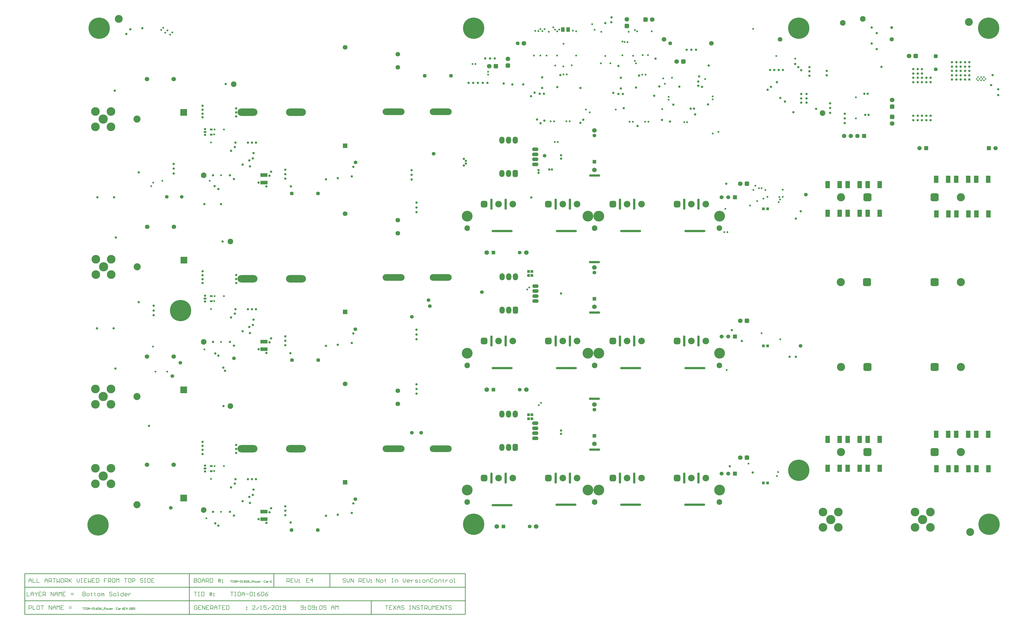
<source format=gbs>
G04*
G04 #@! TF.GenerationSoftware,Altium Limited,Altium Designer,18.1.9 (240)*
G04*
G04 Layer_Color=16711935*
%FSAX25Y25*%
%MOIN*%
G70*
G01*
G75*
%ADD20C,0.01000*%
%ADD24C,0.00600*%
%ADD27C,0.00800*%
%ADD39C,0.12205*%
G04:AMPARAMS|DCode=92|XSize=27.56mil|YSize=43.31mil|CornerRadius=7.87mil|HoleSize=0mil|Usage=FLASHONLY|Rotation=270.000|XOffset=0mil|YOffset=0mil|HoleType=Round|Shape=RoundedRectangle|*
%AMROUNDEDRECTD92*
21,1,0.02756,0.02756,0,0,270.0*
21,1,0.01181,0.04331,0,0,270.0*
1,1,0.01575,-0.01378,-0.00591*
1,1,0.01575,-0.01378,0.00591*
1,1,0.01575,0.01378,0.00591*
1,1,0.01575,0.01378,-0.00591*
%
%ADD92ROUNDEDRECTD92*%
%ADD101C,0.11811*%
%ADD116R,0.05394X0.06694*%
%ADD117R,0.04134X0.04331*%
%ADD119R,0.04331X0.04134*%
%ADD123R,0.11024X0.05512*%
%ADD126C,0.12992*%
%ADD127C,0.13792*%
G04:AMPARAMS|DCode=128|XSize=68.9mil|YSize=68.9mil|CornerRadius=18.21mil|HoleSize=0mil|Usage=FLASHONLY|Rotation=180.000|XOffset=0mil|YOffset=0mil|HoleType=Round|Shape=RoundedRectangle|*
%AMROUNDEDRECTD128*
21,1,0.06890,0.03248,0,0,180.0*
21,1,0.03248,0.06890,0,0,180.0*
1,1,0.03642,-0.01624,0.01624*
1,1,0.03642,0.01624,0.01624*
1,1,0.03642,0.01624,-0.01624*
1,1,0.03642,-0.01624,-0.01624*
%
%ADD128ROUNDEDRECTD128*%
%ADD129C,0.06890*%
G04:AMPARAMS|DCode=130|XSize=57.09mil|YSize=57.09mil|CornerRadius=15.26mil|HoleSize=0mil|Usage=FLASHONLY|Rotation=270.000|XOffset=0mil|YOffset=0mil|HoleType=Round|Shape=RoundedRectangle|*
%AMROUNDEDRECTD130*
21,1,0.05709,0.02657,0,0,270.0*
21,1,0.02657,0.05709,0,0,270.0*
1,1,0.03051,-0.01329,-0.01329*
1,1,0.03051,-0.01329,0.01329*
1,1,0.03051,0.01329,0.01329*
1,1,0.03051,0.01329,-0.01329*
%
%ADD130ROUNDEDRECTD130*%
%ADD131C,0.05709*%
%ADD132C,0.09894*%
G04:AMPARAMS|DCode=133|XSize=98.94mil|YSize=98.94mil|CornerRadius=25.72mil|HoleSize=0mil|Usage=FLASHONLY|Rotation=0.000|XOffset=0mil|YOffset=0mil|HoleType=Round|Shape=RoundedRectangle|*
%AMROUNDEDRECTD133*
21,1,0.09894,0.04750,0,0,0.0*
21,1,0.04750,0.09894,0,0,0.0*
1,1,0.05144,0.02375,-0.02375*
1,1,0.05144,-0.02375,-0.02375*
1,1,0.05144,-0.02375,0.02375*
1,1,0.05144,0.02375,0.02375*
%
%ADD133ROUNDEDRECTD133*%
%ADD134C,0.06496*%
%ADD135R,0.06496X0.06496*%
%ADD136R,0.10236X0.10236*%
%ADD137C,0.10630*%
%ADD138C,0.06693*%
G04:AMPARAMS|DCode=139|XSize=122.05mil|YSize=122.05mil|CornerRadius=31.5mil|HoleSize=0mil|Usage=FLASHONLY|Rotation=180.000|XOffset=0mil|YOffset=0mil|HoleType=Round|Shape=RoundedRectangle|*
%AMROUNDEDRECTD139*
21,1,0.12205,0.05906,0,0,180.0*
21,1,0.05906,0.12205,0,0,180.0*
1,1,0.06299,-0.02953,0.02953*
1,1,0.06299,0.02953,0.02953*
1,1,0.06299,0.02953,-0.02953*
1,1,0.06299,-0.02953,-0.02953*
%
%ADD139ROUNDEDRECTD139*%
%ADD140C,0.05906*%
G04:AMPARAMS|DCode=141|XSize=59.06mil|YSize=59.06mil|CornerRadius=3.9mil|HoleSize=0mil|Usage=FLASHONLY|Rotation=90.000|XOffset=0mil|YOffset=0mil|HoleType=Round|Shape=RoundedRectangle|*
%AMROUNDEDRECTD141*
21,1,0.05906,0.05126,0,0,90.0*
21,1,0.05126,0.05906,0,0,90.0*
1,1,0.00780,0.02563,0.02563*
1,1,0.00780,0.02563,-0.02563*
1,1,0.00780,-0.02563,-0.02563*
1,1,0.00780,-0.02563,0.02563*
%
%ADD141ROUNDEDRECTD141*%
%ADD142C,0.08394*%
%ADD143C,0.16142*%
%ADD144C,0.04331*%
%ADD145C,0.06394*%
%ADD146C,0.07000*%
%ADD147C,0.05701*%
G04:AMPARAMS|DCode=148|XSize=103.94mil|YSize=78.74mil|CornerRadius=20.67mil|HoleSize=0mil|Usage=FLASHONLY|Rotation=270.000|XOffset=0mil|YOffset=0mil|HoleType=Round|Shape=RoundedRectangle|*
%AMROUNDEDRECTD148*
21,1,0.10394,0.03740,0,0,270.0*
21,1,0.06260,0.07874,0,0,270.0*
1,1,0.04134,-0.01870,-0.03130*
1,1,0.04134,-0.01870,0.03130*
1,1,0.04134,0.01870,0.03130*
1,1,0.04134,0.01870,-0.03130*
%
%ADD148ROUNDEDRECTD148*%
%ADD149O,0.07874X0.10394*%
%ADD150O,0.09449X0.05512*%
%ADD151R,0.07087X0.07087*%
%ADD152C,0.07087*%
%ADD153C,0.05512*%
%ADD154R,0.05512X0.05512*%
%ADD155O,0.29921X0.11024*%
%ADD156O,0.32874X0.09843*%
G04:AMPARAMS|DCode=157|XSize=68.9mil|YSize=68.9mil|CornerRadius=18.21mil|HoleSize=0mil|Usage=FLASHONLY|Rotation=90.000|XOffset=0mil|YOffset=0mil|HoleType=Round|Shape=RoundedRectangle|*
%AMROUNDEDRECTD157*
21,1,0.06890,0.03248,0,0,90.0*
21,1,0.03248,0.06890,0,0,90.0*
1,1,0.03642,0.01624,0.01624*
1,1,0.03642,0.01624,-0.01624*
1,1,0.03642,-0.01624,-0.01624*
1,1,0.03642,-0.01624,0.01624*
%
%ADD157ROUNDEDRECTD157*%
%ADD158R,0.05512X0.05512*%
%ADD159C,0.31890*%
%ADD160O,0.31600X0.03600*%
%ADD161O,0.03600X0.16600*%
%ADD162O,0.16600X0.03600*%
%ADD163C,0.02362*%
%ADD164C,0.05594*%
%ADD165C,0.02794*%
%ADD166C,0.03594*%
%ADD167C,0.05394*%
%ADD219R,0.06693X0.11024*%
G54D20*
X0497200Y0080717D02*
Y0101050D01*
X0413200Y0080717D02*
Y0101050D01*
X0040000Y0080717D02*
X0700200D01*
X0040000Y0060383D02*
X0700000D01*
X0040000Y0040050D02*
X0440500D01*
X0040050Y0101050D02*
X0700200D01*
X0040050Y0040050D02*
Y0101050D01*
Y0040050D02*
X0197600D01*
X0040000D02*
Y0101050D01*
X0286500Y0040050D02*
Y0101050D01*
X0700200Y0040050D02*
Y0101050D01*
X0440500Y0040050D02*
X0700200D01*
X0559400Y0039400D02*
Y0059683D01*
G54D24*
X0126900Y0049966D02*
X0128899D01*
X0127900D01*
Y0046966D01*
X0129899Y0049966D02*
X0130899D01*
X0130399D01*
Y0046966D01*
X0129899D01*
X0130899D01*
X0132398Y0049966D02*
Y0046966D01*
X0133898D01*
X0134398Y0047466D01*
Y0049466D01*
X0133898Y0049966D01*
X0132398D01*
X0135397Y0046966D02*
Y0048966D01*
X0136397Y0049966D01*
X0137397Y0048966D01*
Y0046966D01*
Y0048466D01*
X0135397D01*
X0138396D02*
X0140396D01*
X0141395Y0049466D02*
X0141895Y0049966D01*
X0142895D01*
X0143395Y0049466D01*
Y0047466D01*
X0142895Y0046966D01*
X0141895D01*
X0141395Y0047466D01*
Y0049466D01*
X0144394Y0046966D02*
X0145394D01*
X0144894D01*
Y0049966D01*
X0144394Y0049466D01*
X0148893Y0049966D02*
X0147893Y0049466D01*
X0146894Y0048466D01*
Y0047466D01*
X0147393Y0046966D01*
X0148393D01*
X0148893Y0047466D01*
Y0047966D01*
X0148393Y0048466D01*
X0146894D01*
X0149893Y0049466D02*
X0150392Y0049966D01*
X0151392D01*
X0151892Y0049466D01*
Y0047466D01*
X0151392Y0046966D01*
X0150392D01*
X0149893Y0047466D01*
Y0049466D01*
X0154891Y0049966D02*
X0153891Y0049466D01*
X0152892Y0048466D01*
Y0047466D01*
X0153391Y0046966D01*
X0154391D01*
X0154891Y0047466D01*
Y0047966D01*
X0154391Y0048466D01*
X0152892D01*
X0155891Y0046467D02*
X0157890D01*
X0158890Y0046966D02*
Y0049966D01*
X0160389D01*
X0160889Y0049466D01*
Y0048466D01*
X0160389Y0047966D01*
X0158890D01*
X0162389Y0046966D02*
X0163388D01*
X0163888Y0047466D01*
Y0048466D01*
X0163388Y0048966D01*
X0162389D01*
X0161889Y0048466D01*
Y0047466D01*
X0162389Y0046966D01*
X0164888Y0048966D02*
Y0047466D01*
X0165388Y0046966D01*
X0165887Y0047466D01*
X0166387Y0046966D01*
X0166887Y0047466D01*
Y0048966D01*
X0169386Y0046966D02*
X0168387D01*
X0167887Y0047466D01*
Y0048466D01*
X0168387Y0048966D01*
X0169386D01*
X0169886Y0048466D01*
Y0047966D01*
X0167887D01*
X0170886Y0048966D02*
Y0046966D01*
Y0047966D01*
X0171386Y0048466D01*
X0171885Y0048966D01*
X0172385D01*
X0178883Y0049466D02*
X0178383Y0049966D01*
X0177384D01*
X0176884Y0049466D01*
Y0047466D01*
X0177384Y0046966D01*
X0178383D01*
X0178883Y0047466D01*
X0180383Y0048966D02*
X0181382D01*
X0181882Y0048466D01*
Y0046966D01*
X0180383D01*
X0179883Y0047466D01*
X0180383Y0047966D01*
X0181882D01*
X0182882Y0048966D02*
Y0046966D01*
Y0047966D01*
X0183382Y0048466D01*
X0183882Y0048966D01*
X0184381D01*
X0187880Y0049966D02*
Y0046966D01*
X0186381D01*
X0185881Y0047466D01*
Y0048466D01*
X0186381Y0048966D01*
X0187880D01*
X0190879Y0049966D02*
X0188880D01*
Y0046966D01*
X0190879D01*
X0188880Y0048466D02*
X0189880D01*
X0193378Y0046966D02*
Y0049966D01*
X0191879Y0048466D01*
X0193878D01*
X0194878Y0046966D02*
Y0047466D01*
X0195378D01*
Y0046966D01*
X0194878D01*
X0199376Y0049466D02*
X0198877Y0049966D01*
X0197877D01*
X0197377Y0049466D01*
Y0047466D01*
X0197877Y0046966D01*
X0198877D01*
X0199376Y0047466D01*
Y0048466D01*
X0198377D01*
X0200376Y0049966D02*
Y0046966D01*
X0201876D01*
X0202376Y0047466D01*
Y0047966D01*
X0201876Y0048466D01*
X0200376D01*
X0201876D01*
X0202376Y0048966D01*
Y0049466D01*
X0201876Y0049966D01*
X0200376D01*
X0205375Y0049466D02*
X0204875Y0049966D01*
X0203875D01*
X0203375Y0049466D01*
Y0048966D01*
X0203875Y0048466D01*
X0204875D01*
X0205375Y0047966D01*
Y0047466D01*
X0204875Y0046966D01*
X0203875D01*
X0203375Y0047466D01*
X0348550Y0090832D02*
X0350549D01*
X0349550D01*
Y0087833D01*
X0351549Y0090832D02*
X0352549D01*
X0352049D01*
Y0087833D01*
X0351549D01*
X0352549D01*
X0354048Y0090832D02*
Y0087833D01*
X0355548D01*
X0356048Y0088333D01*
Y0090333D01*
X0355548Y0090832D01*
X0354048D01*
X0357047Y0087833D02*
Y0089833D01*
X0358047Y0090832D01*
X0359047Y0089833D01*
Y0087833D01*
Y0089333D01*
X0357047D01*
X0360046D02*
X0362046D01*
X0363045Y0090333D02*
X0363545Y0090832D01*
X0364545D01*
X0365045Y0090333D01*
Y0088333D01*
X0364545Y0087833D01*
X0363545D01*
X0363045Y0088333D01*
Y0090333D01*
X0366044Y0087833D02*
X0367044D01*
X0366544D01*
Y0090832D01*
X0366044Y0090333D01*
X0370543Y0090832D02*
X0369543Y0090333D01*
X0368544Y0089333D01*
Y0088333D01*
X0369043Y0087833D01*
X0370043D01*
X0370543Y0088333D01*
Y0088833D01*
X0370043Y0089333D01*
X0368544D01*
X0371543Y0090333D02*
X0372042Y0090832D01*
X0373042D01*
X0373542Y0090333D01*
Y0088333D01*
X0373042Y0087833D01*
X0372042D01*
X0371543Y0088333D01*
Y0090333D01*
X0376541Y0090832D02*
X0375541Y0090333D01*
X0374542Y0089333D01*
Y0088333D01*
X0375041Y0087833D01*
X0376041D01*
X0376541Y0088333D01*
Y0088833D01*
X0376041Y0089333D01*
X0374542D01*
X0377541Y0087334D02*
X0379540D01*
X0380540Y0087833D02*
Y0090832D01*
X0382039D01*
X0382539Y0090333D01*
Y0089333D01*
X0382039Y0088833D01*
X0380540D01*
X0384038Y0087833D02*
X0385038D01*
X0385538Y0088333D01*
Y0089333D01*
X0385038Y0089833D01*
X0384038D01*
X0383539Y0089333D01*
Y0088333D01*
X0384038Y0087833D01*
X0386538Y0089833D02*
Y0088333D01*
X0387038Y0087833D01*
X0387537Y0088333D01*
X0388037Y0087833D01*
X0388537Y0088333D01*
Y0089833D01*
X0391036Y0087833D02*
X0390037D01*
X0389537Y0088333D01*
Y0089333D01*
X0390037Y0089833D01*
X0391036D01*
X0391536Y0089333D01*
Y0088833D01*
X0389537D01*
X0392536Y0089833D02*
Y0087833D01*
Y0088833D01*
X0393036Y0089333D01*
X0393535Y0089833D01*
X0394035D01*
X0400533Y0090333D02*
X0400033Y0090832D01*
X0399034D01*
X0398534Y0090333D01*
Y0088333D01*
X0399034Y0087833D01*
X0400033D01*
X0400533Y0088333D01*
X0402033Y0089833D02*
X0403032D01*
X0403532Y0089333D01*
Y0087833D01*
X0402033D01*
X0401533Y0088333D01*
X0402033Y0088833D01*
X0403532D01*
X0404532Y0089833D02*
Y0087833D01*
Y0088833D01*
X0405032Y0089333D01*
X0405532Y0089833D01*
X0406031D01*
X0409530Y0090832D02*
Y0087833D01*
X0408031D01*
X0407531Y0088333D01*
Y0089333D01*
X0408031Y0089833D01*
X0409530D01*
G54D27*
X0126900Y0073549D02*
Y0067551D01*
X0129899D01*
X0130899Y0068550D01*
Y0069550D01*
X0129899Y0070550D01*
X0126900D01*
X0129899D01*
X0130899Y0071549D01*
Y0072549D01*
X0129899Y0073549D01*
X0126900D01*
X0133898Y0067551D02*
X0135897D01*
X0136897Y0068550D01*
Y0070550D01*
X0135897Y0071549D01*
X0133898D01*
X0132898Y0070550D01*
Y0068550D01*
X0133898Y0067551D01*
X0139896Y0072549D02*
Y0071549D01*
X0138896D01*
X0140895D01*
X0139896D01*
Y0068550D01*
X0140895Y0067551D01*
X0144894Y0072549D02*
Y0071549D01*
X0143895D01*
X0145894D01*
X0144894D01*
Y0068550D01*
X0145894Y0067551D01*
X0149893D02*
X0151892D01*
X0152892Y0068550D01*
Y0070550D01*
X0151892Y0071549D01*
X0149893D01*
X0148893Y0070550D01*
Y0068550D01*
X0149893Y0067551D01*
X0154891D02*
Y0071549D01*
X0155891D01*
X0156890Y0070550D01*
Y0067551D01*
Y0070550D01*
X0157890Y0071549D01*
X0158890Y0070550D01*
Y0067551D01*
X0170886Y0072549D02*
X0169886Y0073549D01*
X0167887D01*
X0166887Y0072549D01*
Y0071549D01*
X0167887Y0070550D01*
X0169886D01*
X0170886Y0069550D01*
Y0068550D01*
X0169886Y0067551D01*
X0167887D01*
X0166887Y0068550D01*
X0173885Y0067551D02*
X0175884D01*
X0176884Y0068550D01*
Y0070550D01*
X0175884Y0071549D01*
X0173885D01*
X0172885Y0070550D01*
Y0068550D01*
X0173885Y0067551D01*
X0178883D02*
X0180883D01*
X0179883D01*
Y0073549D01*
X0178883D01*
X0187880D02*
Y0067551D01*
X0184881D01*
X0183882Y0068550D01*
Y0070550D01*
X0184881Y0071549D01*
X0187880D01*
X0192879Y0067551D02*
X0190879D01*
X0189880Y0068550D01*
Y0070550D01*
X0190879Y0071549D01*
X0192879D01*
X0193878Y0070550D01*
Y0069550D01*
X0189880D01*
X0195878Y0071549D02*
Y0067551D01*
Y0069550D01*
X0196877Y0070550D01*
X0197877Y0071549D01*
X0198877D01*
X0043250Y0073349D02*
Y0067351D01*
X0047249D01*
X0049248D02*
Y0071349D01*
X0051247Y0073349D01*
X0053247Y0071349D01*
Y0067351D01*
Y0070350D01*
X0049248D01*
X0055246Y0073349D02*
Y0072349D01*
X0057245Y0070350D01*
X0059245Y0072349D01*
Y0073349D01*
X0057245Y0070350D02*
Y0067351D01*
X0065243Y0073349D02*
X0061244D01*
Y0067351D01*
X0065243D01*
X0061244Y0070350D02*
X0063244D01*
X0067242Y0067351D02*
Y0073349D01*
X0070241D01*
X0071241Y0072349D01*
Y0070350D01*
X0070241Y0069350D01*
X0067242D01*
X0069242D02*
X0071241Y0067351D01*
X0079238D02*
Y0073349D01*
X0083237Y0067351D01*
Y0073349D01*
X0085236Y0067351D02*
Y0071349D01*
X0087236Y0073349D01*
X0089235Y0071349D01*
Y0067351D01*
Y0070350D01*
X0085236D01*
X0091234Y0067351D02*
Y0073349D01*
X0093234Y0071349D01*
X0095233Y0073349D01*
Y0067351D01*
X0101231Y0073349D02*
X0097233D01*
Y0067351D01*
X0101231D01*
X0097233Y0070350D02*
X0099232D01*
X0109229Y0069350D02*
X0113227D01*
X0109229Y0071349D02*
X0113227D01*
X0567400Y0087833D02*
Y0093831D01*
X0571399Y0087833D01*
Y0093831D01*
X0574398Y0087833D02*
X0576397D01*
X0577397Y0088833D01*
Y0090832D01*
X0576397Y0091832D01*
X0574398D01*
X0573398Y0090832D01*
Y0088833D01*
X0574398Y0087833D01*
X0580396Y0092832D02*
Y0091832D01*
X0579396D01*
X0581395D01*
X0580396D01*
Y0088833D01*
X0581395Y0087833D01*
X0590393Y0093831D02*
X0592392D01*
X0591392D01*
Y0087833D01*
X0590393D01*
X0592392D01*
X0595391D02*
Y0091832D01*
X0598390D01*
X0599390Y0090832D01*
Y0087833D01*
X0607387Y0093831D02*
Y0089833D01*
X0609386Y0087833D01*
X0611386Y0089833D01*
Y0093831D01*
X0616384Y0087833D02*
X0614385D01*
X0613385Y0088833D01*
Y0090832D01*
X0614385Y0091832D01*
X0616384D01*
X0617384Y0090832D01*
Y0089833D01*
X0613385D01*
X0619383Y0091832D02*
Y0087833D01*
Y0089833D01*
X0620383Y0090832D01*
X0621383Y0091832D01*
X0622382D01*
X0625381Y0087833D02*
X0628380D01*
X0629380Y0088833D01*
X0628380Y0089833D01*
X0626381D01*
X0625381Y0090832D01*
X0626381Y0091832D01*
X0629380D01*
X0631379Y0087833D02*
X0633379D01*
X0632379D01*
Y0091832D01*
X0631379D01*
X0637377Y0087833D02*
X0639377D01*
X0640376Y0088833D01*
Y0090832D01*
X0639377Y0091832D01*
X0637377D01*
X0636378Y0090832D01*
Y0088833D01*
X0637377Y0087833D01*
X0642376D02*
Y0091832D01*
X0645375D01*
X0646374Y0090832D01*
Y0087833D01*
X0652373Y0092832D02*
X0651373Y0093831D01*
X0649373D01*
X0648374Y0092832D01*
Y0088833D01*
X0649373Y0087833D01*
X0651373D01*
X0652373Y0088833D01*
X0655372Y0087833D02*
X0657371D01*
X0658371Y0088833D01*
Y0090832D01*
X0657371Y0091832D01*
X0655372D01*
X0654372Y0090832D01*
Y0088833D01*
X0655372Y0087833D01*
X0660370D02*
Y0091832D01*
X0663369D01*
X0664369Y0090832D01*
Y0087833D01*
X0667368Y0092832D02*
Y0091832D01*
X0666368D01*
X0668367D01*
X0667368D01*
Y0088833D01*
X0668367Y0087833D01*
X0671366Y0091832D02*
Y0087833D01*
Y0089833D01*
X0672366Y0090832D01*
X0673366Y0091832D01*
X0674365D01*
X0678364Y0087833D02*
X0680364D01*
X0681363Y0088833D01*
Y0090832D01*
X0680364Y0091832D01*
X0678364D01*
X0677364Y0090832D01*
Y0088833D01*
X0678364Y0087833D01*
X0683362D02*
X0685362D01*
X0684362D01*
Y0093831D01*
X0683362D01*
X0520799Y0092832D02*
X0519799Y0093831D01*
X0517800D01*
X0516800Y0092832D01*
Y0091832D01*
X0517800Y0090832D01*
X0519799D01*
X0520799Y0089833D01*
Y0088833D01*
X0519799Y0087833D01*
X0517800D01*
X0516800Y0088833D01*
X0522798Y0093831D02*
Y0089833D01*
X0524797Y0087833D01*
X0526797Y0089833D01*
Y0093831D01*
X0528796Y0087833D02*
Y0093831D01*
X0532795Y0087833D01*
Y0093831D01*
X0540792Y0087833D02*
Y0093831D01*
X0543791D01*
X0544791Y0092832D01*
Y0090832D01*
X0543791Y0089833D01*
X0540792D01*
X0542792D02*
X0544791Y0087833D01*
X0550789Y0093831D02*
X0546790D01*
Y0087833D01*
X0550789D01*
X0546790Y0090832D02*
X0548790D01*
X0552788Y0093831D02*
Y0089833D01*
X0554788Y0087833D01*
X0556787Y0089833D01*
Y0093831D01*
X0558786Y0091832D02*
X0559786D01*
Y0090832D01*
X0558786D01*
Y0091832D01*
Y0088833D02*
X0559786D01*
Y0087833D01*
X0558786D01*
Y0088833D01*
X0433000Y0087833D02*
Y0093831D01*
X0435999D01*
X0436999Y0092832D01*
Y0090832D01*
X0435999Y0089833D01*
X0433000D01*
X0434999D02*
X0436999Y0087833D01*
X0442997Y0093831D02*
X0438998D01*
Y0087833D01*
X0442997D01*
X0438998Y0090832D02*
X0440997D01*
X0444996Y0093831D02*
Y0089833D01*
X0446995Y0087833D01*
X0448995Y0089833D01*
Y0093831D01*
X0450994Y0091832D02*
X0451994D01*
Y0090832D01*
X0450994D01*
Y0091832D01*
Y0088833D02*
X0451994D01*
Y0087833D01*
X0450994D01*
Y0088833D01*
X0385149Y0046966D02*
X0381150D01*
X0385149Y0050965D01*
Y0051965D01*
X0384149Y0052965D01*
X0382150D01*
X0381150Y0051965D01*
X0387148Y0046966D02*
X0391147Y0050965D01*
X0393146Y0046966D02*
X0395146D01*
X0394146D01*
Y0052965D01*
X0393146Y0051965D01*
X0402143Y0052965D02*
X0398145D01*
Y0049966D01*
X0400144Y0050965D01*
X0401144D01*
X0402143Y0049966D01*
Y0047966D01*
X0401144Y0046966D01*
X0399144D01*
X0398145Y0047966D01*
X0404143Y0046966D02*
X0408141Y0050965D01*
X0414139Y0046966D02*
X0410141D01*
X0414139Y0050965D01*
Y0051965D01*
X0413140Y0052965D01*
X0411140D01*
X0410141Y0051965D01*
X0416139D02*
X0417138Y0052965D01*
X0419138D01*
X0420137Y0051965D01*
Y0047966D01*
X0419138Y0046966D01*
X0417138D01*
X0416139Y0047966D01*
Y0051965D01*
X0422137Y0046966D02*
X0424136D01*
X0423136D01*
Y0052965D01*
X0422137Y0051965D01*
X0427135Y0047966D02*
X0428135Y0046966D01*
X0430134D01*
X0431134Y0047966D01*
Y0051965D01*
X0430134Y0052965D01*
X0428135D01*
X0427135Y0051965D01*
Y0050965D01*
X0428135Y0049966D01*
X0431134D01*
X0298199Y0051965D02*
X0297199Y0052965D01*
X0295200D01*
X0294200Y0051965D01*
Y0047966D01*
X0295200Y0046966D01*
X0297199D01*
X0298199Y0047966D01*
Y0049966D01*
X0296199D01*
X0304197Y0052965D02*
X0300198D01*
Y0046966D01*
X0304197D01*
X0300198Y0049966D02*
X0302197D01*
X0306196Y0046966D02*
Y0052965D01*
X0310195Y0046966D01*
Y0052965D01*
X0316193D02*
X0312194D01*
Y0046966D01*
X0316193D01*
X0312194Y0049966D02*
X0314194D01*
X0318192Y0046966D02*
Y0052965D01*
X0321191D01*
X0322191Y0051965D01*
Y0049966D01*
X0321191Y0048966D01*
X0318192D01*
X0320192D02*
X0322191Y0046966D01*
X0324190D02*
Y0050965D01*
X0326190Y0052965D01*
X0328189Y0050965D01*
Y0046966D01*
Y0049966D01*
X0324190D01*
X0330188Y0052965D02*
X0334187D01*
X0332188D01*
Y0046966D01*
X0340185Y0052965D02*
X0336186D01*
Y0046966D01*
X0340185D01*
X0336186Y0049966D02*
X0338186D01*
X0342184Y0052965D02*
Y0046966D01*
X0345183D01*
X0346183Y0047966D01*
Y0051965D01*
X0345183Y0052965D01*
X0342184D01*
X0372175Y0050965D02*
X0373175D01*
Y0049966D01*
X0372175D01*
Y0050965D01*
Y0047966D02*
X0373175D01*
Y0046966D01*
X0372175D01*
Y0047966D01*
X0046350Y0087833D02*
Y0091832D01*
X0048349Y0093831D01*
X0050349Y0091832D01*
Y0087833D01*
Y0090832D01*
X0046350D01*
X0052348Y0093831D02*
Y0087833D01*
X0056347D01*
X0058346Y0093831D02*
Y0087833D01*
X0062345D01*
X0070342D02*
Y0091832D01*
X0072342Y0093831D01*
X0074341Y0091832D01*
Y0087833D01*
Y0090832D01*
X0070342D01*
X0076340Y0087833D02*
Y0093831D01*
X0079339D01*
X0080339Y0092832D01*
Y0090832D01*
X0079339Y0089833D01*
X0076340D01*
X0078340D02*
X0080339Y0087833D01*
X0082338Y0093831D02*
X0086337D01*
X0084338D01*
Y0087833D01*
X0088336Y0093831D02*
Y0087833D01*
X0090336Y0089833D01*
X0092335Y0087833D01*
Y0093831D01*
X0097334D02*
X0095334D01*
X0094335Y0092832D01*
Y0088833D01*
X0095334Y0087833D01*
X0097334D01*
X0098333Y0088833D01*
Y0092832D01*
X0097334Y0093831D01*
X0100332Y0087833D02*
Y0093831D01*
X0103332D01*
X0104331Y0092832D01*
Y0090832D01*
X0103332Y0089833D01*
X0100332D01*
X0102332D02*
X0104331Y0087833D01*
X0106331Y0093831D02*
Y0087833D01*
Y0089833D01*
X0110329Y0093831D01*
X0107330Y0090832D01*
X0110329Y0087833D01*
X0118327Y0093831D02*
Y0089833D01*
X0120326Y0087833D01*
X0122325Y0089833D01*
Y0093831D01*
X0124325D02*
X0126324D01*
X0125324D01*
Y0087833D01*
X0124325D01*
X0126324D01*
X0133322Y0093831D02*
X0129323D01*
Y0087833D01*
X0133322D01*
X0129323Y0090832D02*
X0131323D01*
X0135321Y0093831D02*
Y0087833D01*
X0137321Y0089833D01*
X0139320Y0087833D01*
Y0093831D01*
X0145318D02*
X0141319D01*
Y0087833D01*
X0145318D01*
X0141319Y0090832D02*
X0143319D01*
X0147317Y0093831D02*
Y0087833D01*
X0150316D01*
X0151316Y0088833D01*
Y0092832D01*
X0150316Y0093831D01*
X0147317D01*
X0163312D02*
X0159313D01*
Y0090832D01*
X0161313D01*
X0159313D01*
Y0087833D01*
X0165312D02*
Y0093831D01*
X0168310D01*
X0169310Y0092832D01*
Y0090832D01*
X0168310Y0089833D01*
X0165312D01*
X0167311D02*
X0169310Y0087833D01*
X0174309Y0093831D02*
X0172309D01*
X0171310Y0092832D01*
Y0088833D01*
X0172309Y0087833D01*
X0174309D01*
X0175308Y0088833D01*
Y0092832D01*
X0174309Y0093831D01*
X0177308Y0087833D02*
Y0093831D01*
X0179307Y0091832D01*
X0181306Y0093831D01*
Y0087833D01*
X0189304Y0093831D02*
X0193303D01*
X0191303D01*
Y0087833D01*
X0198301Y0093831D02*
X0196301D01*
X0195302Y0092832D01*
Y0088833D01*
X0196301Y0087833D01*
X0198301D01*
X0199301Y0088833D01*
Y0092832D01*
X0198301Y0093831D01*
X0201300Y0087833D02*
Y0093831D01*
X0204299D01*
X0205299Y0092832D01*
Y0090832D01*
X0204299Y0089833D01*
X0201300D01*
X0217295Y0092832D02*
X0216295Y0093831D01*
X0214296D01*
X0213296Y0092832D01*
Y0091832D01*
X0214296Y0090832D01*
X0216295D01*
X0217295Y0089833D01*
Y0088833D01*
X0216295Y0087833D01*
X0214296D01*
X0213296Y0088833D01*
X0219294Y0093831D02*
X0221293D01*
X0220294D01*
Y0087833D01*
X0219294D01*
X0221293D01*
X0224292Y0093831D02*
Y0087833D01*
X0227291D01*
X0228291Y0088833D01*
Y0092832D01*
X0227291Y0093831D01*
X0224292D01*
X0234289D02*
X0230291D01*
Y0087833D01*
X0234289D01*
X0230291Y0090832D02*
X0232290D01*
X0466149Y0093831D02*
X0462150D01*
Y0087833D01*
X0466149D01*
X0462150Y0090832D02*
X0464149D01*
X0471147Y0087833D02*
Y0093831D01*
X0468148Y0090832D01*
X0472147D01*
X0294000Y0093831D02*
Y0087833D01*
X0296999D01*
X0297999Y0088833D01*
Y0089833D01*
X0296999Y0090832D01*
X0294000D01*
X0296999D01*
X0297999Y0091832D01*
Y0092832D01*
X0296999Y0093831D01*
X0294000D01*
X0302997D02*
X0300998D01*
X0299998Y0092832D01*
Y0088833D01*
X0300998Y0087833D01*
X0302997D01*
X0303997Y0088833D01*
Y0092832D01*
X0302997Y0093831D01*
X0305996Y0087833D02*
Y0091832D01*
X0307996Y0093831D01*
X0309995Y0091832D01*
Y0087833D01*
Y0090832D01*
X0305996D01*
X0311994Y0087833D02*
Y0093831D01*
X0314993D01*
X0315993Y0092832D01*
Y0090832D01*
X0314993Y0089833D01*
X0311994D01*
X0313994D02*
X0315993Y0087833D01*
X0317992Y0093831D02*
Y0087833D01*
X0320991D01*
X0321991Y0088833D01*
Y0092832D01*
X0320991Y0093831D01*
X0317992D01*
X0330988Y0087833D02*
Y0093831D01*
X0332987D02*
Y0087833D01*
X0329988Y0091832D02*
X0332987D01*
X0333987D01*
X0329988Y0089833D02*
X0333987D01*
X0335986Y0091832D02*
X0336986D01*
Y0090832D01*
X0335986D01*
Y0091832D01*
Y0088833D02*
X0336986D01*
Y0087833D01*
X0335986D01*
Y0088833D01*
X0046350Y0046966D02*
Y0052965D01*
X0049349D01*
X0050349Y0051965D01*
Y0049966D01*
X0049349Y0048966D01*
X0046350D01*
X0052348Y0052965D02*
Y0046966D01*
X0056347D01*
X0061345Y0052965D02*
X0059346D01*
X0058346Y0051965D01*
Y0047966D01*
X0059346Y0046966D01*
X0061345D01*
X0062345Y0047966D01*
Y0051965D01*
X0061345Y0052965D01*
X0064344D02*
X0068343D01*
X0066343D01*
Y0046966D01*
X0076340D02*
Y0052965D01*
X0080339Y0046966D01*
Y0052965D01*
X0082338Y0046966D02*
Y0050965D01*
X0084338Y0052965D01*
X0086337Y0050965D01*
Y0046966D01*
Y0049966D01*
X0082338D01*
X0088336Y0046966D02*
Y0052965D01*
X0090336Y0050965D01*
X0092335Y0052965D01*
Y0046966D01*
X0098333Y0052965D02*
X0094335D01*
Y0046966D01*
X0098333D01*
X0094335Y0049966D02*
X0096334D01*
X0106331Y0048966D02*
X0110329D01*
X0106331Y0050965D02*
X0110329D01*
X0454050Y0047966D02*
X0455050Y0046966D01*
X0457049D01*
X0458049Y0047966D01*
Y0051965D01*
X0457049Y0052965D01*
X0455050D01*
X0454050Y0051965D01*
Y0050965D01*
X0455050Y0049966D01*
X0458049D01*
X0460048Y0050965D02*
X0461048D01*
Y0049966D01*
X0460048D01*
Y0050965D01*
Y0047966D02*
X0461048D01*
Y0046966D01*
X0460048D01*
Y0047966D01*
X0465046Y0051965D02*
X0466046Y0052965D01*
X0468046D01*
X0469045Y0051965D01*
Y0047966D01*
X0468046Y0046966D01*
X0466046D01*
X0465046Y0047966D01*
Y0051965D01*
X0471044Y0047966D02*
X0472044Y0046966D01*
X0474044D01*
X0475043Y0047966D01*
Y0051965D01*
X0474044Y0052965D01*
X0472044D01*
X0471044Y0051965D01*
Y0050965D01*
X0472044Y0049966D01*
X0475043D01*
X0477043Y0050965D02*
X0478042D01*
Y0049966D01*
X0477043D01*
Y0050965D01*
Y0047966D02*
X0478042D01*
Y0046966D01*
X0477043D01*
Y0047966D01*
X0482041Y0051965D02*
X0483041Y0052965D01*
X0485040D01*
X0486040Y0051965D01*
Y0047966D01*
X0485040Y0046966D01*
X0483041D01*
X0482041Y0047966D01*
Y0051965D01*
X0492038Y0052965D02*
X0488039D01*
Y0049966D01*
X0490038Y0050965D01*
X0491038D01*
X0492038Y0049966D01*
Y0047966D01*
X0491038Y0046966D01*
X0489039D01*
X0488039Y0047966D01*
X0500035Y0046966D02*
Y0050965D01*
X0502035Y0052965D01*
X0504034Y0050965D01*
Y0046966D01*
Y0049966D01*
X0500035D01*
X0506033Y0046966D02*
Y0052965D01*
X0508033Y0050965D01*
X0510032Y0052965D01*
Y0046966D01*
X0580500Y0052965D02*
X0584499D01*
X0582499D01*
Y0046966D01*
X0590497Y0052965D02*
X0586498D01*
Y0046966D01*
X0590497D01*
X0586498Y0049966D02*
X0588497D01*
X0592496Y0052965D02*
X0596495Y0046966D01*
Y0052965D02*
X0592496Y0046966D01*
X0598494D02*
Y0050965D01*
X0600493Y0052965D01*
X0602493Y0050965D01*
Y0046966D01*
Y0049966D01*
X0598494D01*
X0608491Y0051965D02*
X0607491Y0052965D01*
X0605492D01*
X0604492Y0051965D01*
Y0050965D01*
X0605492Y0049966D01*
X0607491D01*
X0608491Y0048966D01*
Y0047966D01*
X0607491Y0046966D01*
X0605492D01*
X0604492Y0047966D01*
X0616488Y0052965D02*
X0618488D01*
X0617488D01*
Y0046966D01*
X0616488D01*
X0618488D01*
X0621487D02*
Y0052965D01*
X0625486Y0046966D01*
Y0052965D01*
X0631484Y0051965D02*
X0630484Y0052965D01*
X0628484D01*
X0627485Y0051965D01*
Y0050965D01*
X0628484Y0049966D01*
X0630484D01*
X0631484Y0048966D01*
Y0047966D01*
X0630484Y0046966D01*
X0628484D01*
X0627485Y0047966D01*
X0633483Y0052965D02*
X0637482D01*
X0635482D01*
Y0046966D01*
X0639481D02*
Y0052965D01*
X0642480D01*
X0643480Y0051965D01*
Y0049966D01*
X0642480Y0048966D01*
X0639481D01*
X0641480D02*
X0643480Y0046966D01*
X0645479Y0052965D02*
Y0047966D01*
X0646479Y0046966D01*
X0648478D01*
X0649478Y0047966D01*
Y0052965D01*
X0651477Y0046966D02*
Y0052965D01*
X0653476Y0050965D01*
X0655476Y0052965D01*
Y0046966D01*
X0661474Y0052965D02*
X0657475D01*
Y0046966D01*
X0661474D01*
X0657475Y0049966D02*
X0659474D01*
X0663473Y0046966D02*
Y0052965D01*
X0667472Y0046966D01*
Y0052965D01*
X0669471D02*
X0673470D01*
X0671471D01*
Y0046966D01*
X0679468Y0051965D02*
X0678468Y0052965D01*
X0676469D01*
X0675469Y0051965D01*
Y0050965D01*
X0676469Y0049966D01*
X0678468D01*
X0679468Y0048966D01*
Y0047966D01*
X0678468Y0046966D01*
X0676469D01*
X0675469Y0047966D01*
X0294000Y0073498D02*
X0297999D01*
X0295999D01*
Y0067500D01*
X0299998Y0073498D02*
X0301997D01*
X0300998D01*
Y0067500D01*
X0299998D01*
X0301997D01*
X0304996Y0073498D02*
Y0067500D01*
X0307996D01*
X0308995Y0068500D01*
Y0072498D01*
X0307996Y0073498D01*
X0304996D01*
X0317992Y0067500D02*
Y0073498D01*
X0319992D02*
Y0067500D01*
X0316993Y0071499D02*
X0319992D01*
X0320991D01*
X0316993Y0069499D02*
X0320991D01*
X0322991Y0071499D02*
X0323990D01*
Y0070499D01*
X0322991D01*
Y0071499D01*
Y0068500D02*
X0323990D01*
Y0067500D01*
X0322991D01*
Y0068500D01*
X0348550Y0073498D02*
X0352549D01*
X0350549D01*
Y0067500D01*
X0354548Y0073498D02*
X0356547D01*
X0355548D01*
Y0067500D01*
X0354548D01*
X0356547D01*
X0359546Y0073498D02*
Y0067500D01*
X0362545D01*
X0363545Y0068500D01*
Y0072498D01*
X0362545Y0073498D01*
X0359546D01*
X0365545Y0067500D02*
Y0071499D01*
X0367544Y0073498D01*
X0369543Y0071499D01*
Y0067500D01*
Y0070499D01*
X0365545D01*
X0371543D02*
X0375541D01*
X0377541Y0072498D02*
X0378540Y0073498D01*
X0380540D01*
X0381539Y0072498D01*
Y0068500D01*
X0380540Y0067500D01*
X0378540D01*
X0377541Y0068500D01*
Y0072498D01*
X0383539Y0067500D02*
X0385538D01*
X0384538D01*
Y0073498D01*
X0383539Y0072498D01*
X0392536Y0073498D02*
X0390536Y0072498D01*
X0388537Y0070499D01*
Y0068500D01*
X0389537Y0067500D01*
X0391536D01*
X0392536Y0068500D01*
Y0069499D01*
X0391536Y0070499D01*
X0388537D01*
X0394535Y0072498D02*
X0395535Y0073498D01*
X0397534D01*
X0398534Y0072498D01*
Y0068500D01*
X0397534Y0067500D01*
X0395535D01*
X0394535Y0068500D01*
Y0072498D01*
X0404532Y0073498D02*
X0402532Y0072498D01*
X0400533Y0070499D01*
Y0068500D01*
X0401533Y0067500D01*
X0403532D01*
X0404532Y0068500D01*
Y0069499D01*
X0403532Y0070499D01*
X0400533D01*
G54D39*
X1263255Y0538400D02*
D03*
X1263755Y0665848D02*
D03*
Y0283400D02*
D03*
X1443410D02*
D03*
Y0665848D02*
D03*
Y0538400D02*
D03*
Y0410900D02*
D03*
X1263755D02*
D03*
G54D92*
X0319779Y0262340D02*
D03*
Y0254860D02*
D03*
X0310331Y0258600D02*
D03*
X0319779Y0517340D02*
D03*
Y0509860D02*
D03*
X0310331Y0513600D02*
D03*
X0319779Y0767340D02*
D03*
Y0759860D02*
D03*
X0310331Y0763600D02*
D03*
G54D101*
X1455355Y0928800D02*
D03*
X1457255Y0163500D02*
D03*
X0181055Y0933300D02*
D03*
G54D116*
X0846655Y0917400D02*
D03*
X0854655D02*
D03*
G54D117*
X0800353Y0339550D02*
D03*
Y0333400D02*
D03*
X0800249Y0554550D02*
D03*
Y0548250D02*
D03*
X0795255Y0554550D02*
D03*
Y0548250D02*
D03*
Y0339550D02*
D03*
Y0333250D02*
D03*
G54D119*
X1153534Y0237105D02*
D03*
X1147235D02*
D03*
X1153534Y0648318D02*
D03*
X1147235D02*
D03*
X1153534Y0442712D02*
D03*
X1147235D02*
D03*
G54D123*
X0398755Y0687691D02*
D03*
Y0699109D02*
D03*
Y0437691D02*
D03*
Y0449109D02*
D03*
Y0182691D02*
D03*
Y0194109D02*
D03*
G54D126*
X0146100Y0794456D02*
D03*
X0169211D02*
D03*
Y0771345D02*
D03*
X0146100D02*
D03*
X0169210Y0258956D02*
D03*
Y0235846D02*
D03*
X0146100D02*
D03*
Y0258956D02*
D03*
X0169710Y0572856D02*
D03*
Y0549746D02*
D03*
X0146600D02*
D03*
Y0572856D02*
D03*
X0169211Y0378156D02*
D03*
Y0355045D02*
D03*
X0146100D02*
D03*
Y0378156D02*
D03*
X1236600Y0193555D02*
D03*
X1259710D02*
D03*
Y0170445D02*
D03*
X1236600D02*
D03*
X1374555Y0193510D02*
D03*
X1397665D02*
D03*
Y0170400D02*
D03*
X1374555D02*
D03*
G54D127*
X0157656Y0782900D02*
D03*
X0157655Y0247401D02*
D03*
X0158155Y0561301D02*
D03*
X0157656Y0366600D02*
D03*
X1248155Y0182000D02*
D03*
X1386110Y0181955D02*
D03*
G54D128*
X1375455Y0877600D02*
D03*
X0746255Y0862400D02*
D03*
X0970625Y0932300D02*
D03*
X1027255Y0869400D02*
D03*
X1122755Y0274921D02*
D03*
Y0480527D02*
D03*
Y0686133D02*
D03*
G54D129*
X1365455Y0877600D02*
D03*
X0893954Y0765907D02*
D03*
Y0706852D02*
D03*
X0599255Y0375243D02*
D03*
Y0355557D02*
D03*
X0736255Y0862400D02*
D03*
X1340355Y0811800D02*
D03*
Y0776400D02*
D03*
X0599255Y0880243D02*
D03*
Y0860557D02*
D03*
Y0631243D02*
D03*
Y0611557D02*
D03*
X0980625Y0932300D02*
D03*
X0942588Y0932700D02*
D03*
X1017255Y0869400D02*
D03*
X0764355Y0873300D02*
D03*
X0791785Y0582799D02*
D03*
X0732730D02*
D03*
X0791785Y0377193D02*
D03*
X0732730D02*
D03*
X0806685Y0171587D02*
D03*
X0747630D02*
D03*
X0893954Y0354694D02*
D03*
Y0295639D02*
D03*
Y0560301D02*
D03*
Y0501246D02*
D03*
X1112755Y0274921D02*
D03*
Y0480527D02*
D03*
Y0686133D02*
D03*
G54D130*
X1405455Y0877543D02*
D03*
G54D131*
Y0857857D02*
D03*
X0479940Y0421291D02*
D03*
X0440570D02*
D03*
X0679040Y0848110D02*
D03*
X0639670D02*
D03*
X0479540Y0671400D02*
D03*
X0440170D02*
D03*
X0479153Y0166400D02*
D03*
X0439783D02*
D03*
G54D132*
X0868103Y0244293D02*
D03*
X0846603D02*
D03*
X0771725Y0655506D02*
D03*
X0750225D02*
D03*
X0771725Y0449899D02*
D03*
X0750225D02*
D03*
X0771725Y0244293D02*
D03*
X0750225D02*
D03*
X0964481Y0655506D02*
D03*
X0942981D02*
D03*
X1060859D02*
D03*
X1039359D02*
D03*
X0964481Y0449899D02*
D03*
X0942981D02*
D03*
X1060859D02*
D03*
X1039359D02*
D03*
X0964481Y0244293D02*
D03*
X0942981D02*
D03*
X1060859D02*
D03*
X1039359D02*
D03*
X0868103Y0655506D02*
D03*
X0846603D02*
D03*
X0868103Y0449899D02*
D03*
X0846603D02*
D03*
G54D133*
X0825103Y0244293D02*
D03*
X0728725Y0655506D02*
D03*
Y0449899D02*
D03*
Y0244293D02*
D03*
X0921481Y0655506D02*
D03*
X1017859D02*
D03*
X0921481Y0449899D02*
D03*
X1017859D02*
D03*
X0921481Y0244293D02*
D03*
X1017859D02*
D03*
X0825103Y0655506D02*
D03*
Y0449899D02*
D03*
G54D134*
X1288255Y0757618D02*
D03*
X1278255D02*
D03*
X1268255D02*
D03*
X1495255Y0739400D02*
D03*
X1381255D02*
D03*
G54D135*
X1298255Y0757618D02*
D03*
X1485255Y0739400D02*
D03*
X1391255D02*
D03*
G54D136*
X0278255Y0376600D02*
D03*
Y0214400D02*
D03*
Y0792900D02*
D03*
X0278755Y0571300D02*
D03*
G54D137*
X0208255Y0366600D02*
D03*
Y0204400D02*
D03*
Y0782900D02*
D03*
X0208755Y0561300D02*
D03*
G54D138*
X0263255Y0426600D02*
D03*
X0223255D02*
D03*
X0263255Y0264400D02*
D03*
X0223255D02*
D03*
X0263255Y0842900D02*
D03*
X0223255D02*
D03*
X0263755Y0621300D02*
D03*
X0223755D02*
D03*
G54D139*
X1302625Y0538400D02*
D03*
X1303125Y0665848D02*
D03*
Y0283400D02*
D03*
X1404040D02*
D03*
Y0665848D02*
D03*
Y0538400D02*
D03*
Y0410900D02*
D03*
X1303125D02*
D03*
G54D140*
X1094609Y0251194D02*
D03*
X1084609D02*
D03*
X1094716Y0665601D02*
D03*
X1084716D02*
D03*
X1094609Y0456800D02*
D03*
X1084609D02*
D03*
G54D141*
X1104609Y0251194D02*
D03*
X1104716Y0665601D02*
D03*
X1104609Y0456800D02*
D03*
G54D142*
X1296355Y0933300D02*
D03*
X0703322Y0619400D02*
D03*
X0353231Y0835526D02*
D03*
X1081255Y0619400D02*
D03*
X0894255D02*
D03*
X1081255Y0413400D02*
D03*
X0894255D02*
D03*
X0703255D02*
D03*
X1081255Y0208400D02*
D03*
X0894255D02*
D03*
X0703255D02*
D03*
X1266155Y0927500D02*
D03*
X1235955Y0792200D02*
D03*
X0308255Y0196455D02*
D03*
Y0448600D02*
D03*
X0308334Y0698600D02*
D03*
X0348255Y0352400D02*
D03*
Y0599300D02*
D03*
G54D143*
X0884188Y0226282D02*
D03*
X0703322D02*
D03*
X1081603Y0637495D02*
D03*
X0900737D02*
D03*
X0884188D02*
D03*
X0703322D02*
D03*
X1081603Y0431889D02*
D03*
X0900737D02*
D03*
X0884188D02*
D03*
X0703322D02*
D03*
X1081603Y0226282D02*
D03*
X0900737D02*
D03*
G54D144*
X1339596Y0920516D02*
D03*
G54D145*
Y0902799D02*
D03*
G54D146*
X1069251Y0896714D02*
D03*
X1172400Y0902620D02*
D03*
X0788148Y0896714D02*
D03*
X0998385Y0902619D02*
D03*
G54D147*
X0778897Y0896714D02*
D03*
X1007637D02*
D03*
G54D148*
X0775255Y0701400D02*
D03*
X0775691Y0496294D02*
D03*
X0775225Y0290400D02*
D03*
G54D149*
X0765255Y0701400D02*
D03*
X0755255D02*
D03*
Y0751400D02*
D03*
X0765255D02*
D03*
X0775255D02*
D03*
X0765691Y0496294D02*
D03*
X0755691D02*
D03*
Y0546294D02*
D03*
X0765691D02*
D03*
X0775691D02*
D03*
X0765225Y0290400D02*
D03*
X0755225D02*
D03*
Y0340400D02*
D03*
X0765225D02*
D03*
X0775225D02*
D03*
G54D150*
X0805255Y0737650D02*
D03*
Y0730150D02*
D03*
Y0722650D02*
D03*
Y0715150D02*
D03*
X0805691Y0532544D02*
D03*
Y0525044D02*
D03*
Y0517544D02*
D03*
Y0510044D02*
D03*
X0805225Y0326650D02*
D03*
Y0319150D02*
D03*
Y0311650D02*
D03*
Y0304150D02*
D03*
G54D151*
X0520255Y0238081D02*
D03*
Y0743081D02*
D03*
Y0493581D02*
D03*
G54D152*
Y0385719D02*
D03*
Y0890719D02*
D03*
Y0641219D02*
D03*
G54D153*
X0894000Y0758385D02*
D03*
X0781943Y0377193D02*
D03*
X0796843Y0171587D02*
D03*
X0781943Y0582799D02*
D03*
X0894000Y0347172D02*
D03*
Y0552779D02*
D03*
G54D154*
Y0719015D02*
D03*
Y0307802D02*
D03*
Y0513409D02*
D03*
G54D155*
X0374035Y0288400D02*
D03*
X0446476D02*
D03*
X0374035Y0793400D02*
D03*
X0446476D02*
D03*
X0374035Y0543400D02*
D03*
X0446476D02*
D03*
G54D156*
X0663688Y0288500D02*
D03*
X0592822D02*
D03*
X0663688Y0793900D02*
D03*
X0592822D02*
D03*
X0663688Y0545400D02*
D03*
X0592822D02*
D03*
G54D157*
X1340355Y0801800D02*
D03*
Y0786400D02*
D03*
X0942588Y0922700D02*
D03*
X0764355Y0863300D02*
D03*
G54D158*
X0742572Y0377193D02*
D03*
X0757473Y0171587D02*
D03*
X0742572Y0582799D02*
D03*
G54D159*
X0151624Y0919401D02*
D03*
X0273449Y0495800D02*
D03*
X0150094Y0173900D02*
D03*
X0712856Y0174900D02*
D03*
X0712855Y0919400D02*
D03*
X1200402Y0256000D02*
D03*
X1485572Y0174900D02*
D03*
X1200403Y0919400D02*
D03*
X1485072D02*
D03*
G54D160*
X0851955Y0615006D02*
D03*
X0948333D02*
D03*
X1044711D02*
D03*
X1044633Y0409400D02*
D03*
X0948255D02*
D03*
X0851955D02*
D03*
X1044255Y0204400D02*
D03*
X0948255D02*
D03*
X0851255D02*
D03*
X0755577Y0615006D02*
D03*
Y0409400D02*
D03*
Y0203794D02*
D03*
G54D161*
X0835855Y0655500D02*
D03*
X0857355D02*
D03*
X0932233D02*
D03*
X1050111D02*
D03*
X1028611D02*
D03*
X0760977D02*
D03*
X0739477D02*
D03*
Y0449894D02*
D03*
X0760977D02*
D03*
X1028611D02*
D03*
X1050111D02*
D03*
X0932233D02*
D03*
X0953733D02*
D03*
X0857355D02*
D03*
X0835855D02*
D03*
X0739477Y0244287D02*
D03*
X0760977D02*
D03*
X1028611D02*
D03*
X1050111D02*
D03*
X0932233D02*
D03*
X0953733D02*
D03*
X0857355D02*
D03*
X0835855D02*
D03*
X0953733Y0655500D02*
D03*
G54D162*
X0894255Y0698400D02*
D03*
Y0492794D02*
D03*
X0893954Y0568400D02*
D03*
Y0363400D02*
D03*
X0894255Y0287187D02*
D03*
G54D163*
X1478006Y0846074D02*
D03*
Y0840956D02*
D03*
X1480250Y0843515D02*
D03*
X1475762D02*
D03*
X1471274D02*
D03*
X1466786D02*
D03*
X1469030Y0840956D02*
D03*
Y0846074D02*
D03*
X1473518D02*
D03*
Y0840956D02*
D03*
G54D164*
X1210955Y0669600D02*
D03*
X0652955Y0731100D02*
D03*
X0645255Y0511400D02*
D03*
X0634255Y0312400D02*
D03*
X0725255Y0523400D02*
D03*
X0620255Y0486400D02*
D03*
Y0312400D02*
D03*
X0647255Y0502400D02*
D03*
X1203055Y0442700D02*
D03*
X0535655Y0212700D02*
D03*
X0535755Y0467800D02*
D03*
X0535855Y0717900D02*
D03*
G54D165*
X0935786Y0899400D02*
D03*
X0939355Y0898600D02*
D03*
X1005299Y0812100D02*
D03*
Y0816500D02*
D03*
X1071352Y0812600D02*
D03*
Y0817000D02*
D03*
X0309311Y0437250D02*
D03*
X0856996Y0779600D02*
D03*
X0851796D02*
D03*
X0828429D02*
D03*
X0833629D02*
D03*
X0969855Y0779100D02*
D03*
X0975055D02*
D03*
X0954555Y0916700D02*
D03*
X0866455Y0914800D02*
D03*
X0861555Y0915787D02*
D03*
X0838855Y0748800D02*
D03*
X0834455D02*
D03*
X0847596Y0850200D02*
D03*
X0715569Y0865586D02*
D03*
X0852696Y0850200D02*
D03*
X0711169Y0865586D02*
D03*
X0965655Y0849700D02*
D03*
X0734455Y0849800D02*
D03*
X0970755Y0849700D02*
D03*
X0734455Y0854200D02*
D03*
X1092255Y0406400D02*
D03*
X1088737Y0613435D02*
D03*
X1093255Y0613400D02*
D03*
X0796255Y0530400D02*
D03*
X0232255Y0441599D02*
D03*
X0246255Y0690400D02*
D03*
X0317425Y0690524D02*
D03*
X0334200Y0448855D02*
D03*
X0312255Y0184112D02*
D03*
X0334200Y0698855D02*
D03*
X0235855Y0404000D02*
D03*
X1176153Y0676900D02*
D03*
X0886955Y0793100D02*
D03*
X0257955Y0909700D02*
D03*
X0974395Y0879114D02*
D03*
X0966255Y0878900D02*
D03*
X0952055Y0878000D02*
D03*
X1172255Y0662400D02*
D03*
X1176255Y0666400D02*
D03*
X1170255Y0658400D02*
D03*
X0793255Y0527400D02*
D03*
X1090255Y0648400D02*
D03*
X1131809Y0918534D02*
D03*
X1144455Y0461700D02*
D03*
X1171255Y0666000D02*
D03*
X1153355Y0666300D02*
D03*
X0936055Y0878800D02*
D03*
X0999755Y0836200D02*
D03*
X1010325Y0844900D02*
D03*
X1059855Y0843100D02*
D03*
X0954555Y0870300D02*
D03*
X0956418Y0866854D02*
D03*
X1137955Y0660000D02*
D03*
X1127255Y0653400D02*
D03*
X1150255Y0676600D02*
D03*
X1147255Y0663800D02*
D03*
X1144555Y0679400D02*
D03*
X1140455D02*
D03*
X1135155Y0683100D02*
D03*
X1132355Y0676600D02*
D03*
X0943655Y0898300D02*
D03*
X0945235Y0913980D02*
D03*
X0229455Y0682400D02*
D03*
X0232755Y0687600D02*
D03*
X0247755Y0920000D02*
D03*
X0244455Y0916700D02*
D03*
X0250555Y0912700D02*
D03*
X0253855Y0916000D02*
D03*
X0261355Y0913000D02*
D03*
X0253755Y0404000D02*
D03*
X1285785Y0815822D02*
D03*
X1194955Y0873600D02*
D03*
X0890555Y0925500D02*
D03*
X1033055Y0778500D02*
D03*
X1028655D02*
D03*
X0810755Y0353600D02*
D03*
X0813955Y0357400D02*
D03*
X0812855Y0918000D02*
D03*
X0809802Y0914954D02*
D03*
X0819154Y0918000D02*
D03*
X0816101Y0914954D02*
D03*
X0805150Y0915500D02*
D03*
X0979841Y0914800D02*
D03*
X0957794D02*
D03*
X1169355Y0253300D02*
D03*
X1166595Y0877640D02*
D03*
X0319155Y0242900D02*
D03*
Y0497900D02*
D03*
Y0747900D02*
D03*
X0334200Y0193855D02*
D03*
X0324705Y0262250D02*
D03*
X0338695Y0262451D02*
D03*
X1286055Y0784000D02*
D03*
X0910355Y0877600D02*
D03*
X0812855Y0878293D02*
D03*
X0838052D02*
D03*
X0803406D02*
D03*
X0825553Y0914000D02*
D03*
X0904293D02*
D03*
X0822304Y0878293D02*
D03*
X0917972Y0866854D02*
D03*
X0323945Y0254910D02*
D03*
Y0509910D02*
D03*
X0338695Y0517451D02*
D03*
X0324705Y0517250D02*
D03*
X0323945Y0759910D02*
D03*
X0338695Y0767451D02*
D03*
X0324705Y0767250D02*
D03*
X1172755Y0452600D02*
D03*
X1167755Y0247287D02*
D03*
X0894355Y0916900D02*
D03*
X1079855Y0763700D02*
D03*
X1071230Y0761400D02*
D03*
X0866495Y0878500D02*
D03*
X0847655Y0895900D02*
D03*
X0847155Y0862100D02*
D03*
X0835155Y0863300D02*
D03*
X0995455Y0798200D02*
D03*
X0925955Y0797300D02*
D03*
X0996835Y0843920D02*
D03*
X0903609Y0866854D02*
D03*
X0860055Y0863800D02*
D03*
X0881255Y0797300D02*
D03*
X1125055Y0266200D02*
D03*
X0838155Y0914800D02*
D03*
X0841254Y0917401D02*
D03*
X0834955Y0917400D02*
D03*
X0832255Y0920800D02*
D03*
X0951655Y0779100D02*
D03*
X0946455D02*
D03*
G54D166*
X0701255Y0716400D02*
D03*
Y0720400D02*
D03*
X0698255Y0723400D02*
D03*
X0810255Y0702406D02*
D03*
Y0706394D02*
D03*
X0698255Y0713400D02*
D03*
X0830249Y0707400D02*
D03*
X0826261D02*
D03*
X0148846Y0665800D02*
D03*
X0173901D02*
D03*
X0148346Y0469100D02*
D03*
X0173401D02*
D03*
X0334301Y0655300D02*
D03*
X0309246D02*
D03*
X0306545Y0802950D02*
D03*
Y0785600D02*
D03*
Y0536900D02*
D03*
Y0280400D02*
D03*
X0341216Y0835700D02*
D03*
X0336746Y0599300D02*
D03*
X0627255Y0657600D02*
D03*
Y0650500D02*
D03*
X0819063Y0780860D02*
D03*
X0872794Y0777339D02*
D03*
X0337905Y0352400D02*
D03*
X0337527Y0410005D02*
D03*
X0340255Y0405400D02*
D03*
X1065255Y0863300D02*
D03*
X0877355Y0782100D02*
D03*
X0438945Y0682100D02*
D03*
X0438255Y0431889D02*
D03*
X0438614Y0177700D02*
D03*
X0813255Y0776812D02*
D03*
X0799255Y0665400D02*
D03*
X0922402Y0822346D02*
D03*
X0929855Y0862800D02*
D03*
X1096855Y0262100D02*
D03*
X1091588Y0686133D02*
D03*
X1269355Y0776900D02*
D03*
Y0784000D02*
D03*
Y0791100D02*
D03*
X0330155Y0427900D02*
D03*
X0325555Y0431500D02*
D03*
X0330155Y0172900D02*
D03*
X0325555Y0176500D02*
D03*
X1204055Y0856500D02*
D03*
X1199459Y0861096D02*
D03*
X1194863Y0865692D02*
D03*
X1204055Y0807700D02*
D03*
Y0814200D02*
D03*
Y0820700D02*
D03*
X0983655Y0818100D02*
D03*
X0919655Y0935700D02*
D03*
X0919155Y0928400D02*
D03*
X1247155Y0806700D02*
D03*
Y0799600D02*
D03*
Y0792500D02*
D03*
X0744555Y0874000D02*
D03*
X0737455D02*
D03*
X0730355D02*
D03*
X1032155Y0887000D02*
D03*
X1039255D02*
D03*
X1046355D02*
D03*
X0233255Y0488700D02*
D03*
Y0495800D02*
D03*
Y0502900D02*
D03*
X0263255Y0715700D02*
D03*
Y0708600D02*
D03*
Y0701500D02*
D03*
X1203368Y0644587D02*
D03*
X1195855Y0426400D02*
D03*
X1186455Y0426300D02*
D03*
X1195855Y0633700D02*
D03*
X0873055Y0829700D02*
D03*
X1043176Y0798589D02*
D03*
X1038176D02*
D03*
X1045105Y0789977D02*
D03*
X1176655Y0856600D02*
D03*
X1170155D02*
D03*
X0406955Y0448000D02*
D03*
X0324655Y0682400D02*
D03*
X0310331Y0509224D02*
D03*
X0402255Y0682100D02*
D03*
X0356855Y0786900D02*
D03*
Y0792900D02*
D03*
Y0798900D02*
D03*
X0306545Y0797100D02*
D03*
Y0791100D02*
D03*
X0356855Y0536900D02*
D03*
Y0542900D02*
D03*
Y0548900D02*
D03*
X0306545Y0554700D02*
D03*
Y0548700D02*
D03*
Y0542700D02*
D03*
Y0286600D02*
D03*
Y0292600D02*
D03*
X0356855Y0293900D02*
D03*
Y0287900D02*
D03*
Y0281900D02*
D03*
X0844055Y0723700D02*
D03*
Y0728700D02*
D03*
Y0521294D02*
D03*
Y0315687D02*
D03*
Y0310687D02*
D03*
X1131254Y0252736D02*
D03*
X0347755Y0193698D02*
D03*
X0353454Y0188000D02*
D03*
X0349200Y0230355D02*
D03*
X0354898Y0236054D02*
D03*
X0356055Y0242700D02*
D03*
X0374555D02*
D03*
X0380555D02*
D03*
X0386555D02*
D03*
X0530195Y0192160D02*
D03*
X0532455Y0206500D02*
D03*
X0491555Y0187600D02*
D03*
X0509255Y0189300D02*
D03*
X0430755Y0201900D02*
D03*
Y0195300D02*
D03*
Y0188700D02*
D03*
X0406955Y0193000D02*
D03*
X0409255Y0199100D02*
D03*
X0402255Y0177100D02*
D03*
X0390455Y0182700D02*
D03*
X0377655Y0207000D02*
D03*
X0366755Y0209800D02*
D03*
X0382955Y0226900D02*
D03*
X0382105Y0218900D02*
D03*
X0376455Y0216000D02*
D03*
X1211955Y0820700D02*
D03*
Y0814200D02*
D03*
Y0807700D02*
D03*
X1324255Y0861500D02*
D03*
X1216155Y0861200D02*
D03*
Y0854700D02*
D03*
Y0848200D02*
D03*
X1242155Y0848800D02*
D03*
Y0855300D02*
D03*
X1317255Y0887900D02*
D03*
X1309725Y0896500D02*
D03*
Y0920516D02*
D03*
X1317255Y0911916D02*
D03*
X1172755Y0814700D02*
D03*
X1179455Y0809400D02*
D03*
X1163655Y0856600D02*
D03*
X1157155D02*
D03*
X1158755Y0831330D02*
D03*
X1167455Y0838373D02*
D03*
X1304980Y0789425D02*
D03*
X1300080D02*
D03*
X1298655Y0821200D02*
D03*
X1303555D02*
D03*
X1050855Y0847100D02*
D03*
X1049773Y0839517D02*
D03*
X1049673Y0833217D02*
D03*
X1055255Y0831500D02*
D03*
X1064425Y0805101D02*
D03*
X1021425Y0831601D02*
D03*
X1012225Y0804700D02*
D03*
X1007306Y0779277D02*
D03*
X0995376Y0781801D02*
D03*
X0991425Y0832020D02*
D03*
X0956255Y0830500D02*
D03*
X0933525Y0845200D02*
D03*
Y0829200D02*
D03*
X0929968Y0820667D02*
D03*
X0804343Y0822846D02*
D03*
X0798843Y0817346D02*
D03*
X0818409Y0821167D02*
D03*
X0811909D02*
D03*
X0842896Y0849030D02*
D03*
X0815466Y0829700D02*
D03*
Y0845700D02*
D03*
X0838196Y0831000D02*
D03*
X0807817Y0782250D02*
D03*
X0176055Y0408700D02*
D03*
X0176555Y0605400D02*
D03*
X0306545Y0298600D02*
D03*
X0770835Y0834955D02*
D03*
X0757855Y0836455D02*
D03*
X0376455Y0471000D02*
D03*
X0382105Y0473900D02*
D03*
X0382955Y0481900D02*
D03*
X0366755Y0464800D02*
D03*
X0377655Y0462000D02*
D03*
X0390455Y0437700D02*
D03*
X0402255Y0432100D02*
D03*
X0409255Y0454100D02*
D03*
X0430755Y0443700D02*
D03*
Y0450300D02*
D03*
Y0456900D02*
D03*
X0509255Y0444300D02*
D03*
X0491555Y0442600D02*
D03*
X0532455Y0461500D02*
D03*
X0530195Y0447160D02*
D03*
X0386555Y0497700D02*
D03*
X0380555D02*
D03*
X0374555D02*
D03*
X0356055D02*
D03*
X0354898Y0491054D02*
D03*
X0349200Y0485355D02*
D03*
X0322355Y0448600D02*
D03*
X0353454Y0443000D02*
D03*
X0347755Y0448698D02*
D03*
X0376455Y0721000D02*
D03*
X0382105Y0723900D02*
D03*
X0382955Y0731900D02*
D03*
X0366755Y0714800D02*
D03*
X0377655Y0712000D02*
D03*
X0390455Y0687700D02*
D03*
X0409255Y0704100D02*
D03*
X0406955Y0698000D02*
D03*
X0430755Y0693700D02*
D03*
Y0700300D02*
D03*
Y0706900D02*
D03*
X0509255Y0694300D02*
D03*
X0491555Y0692600D02*
D03*
X0532455Y0711500D02*
D03*
X0530195Y0697160D02*
D03*
X0386555Y0747700D02*
D03*
X0380555D02*
D03*
X0374555D02*
D03*
X0356055D02*
D03*
X0354898Y0741054D02*
D03*
X0349200Y0735355D02*
D03*
X0322355Y0698600D02*
D03*
X0330155Y0677900D02*
D03*
X0353454Y0693000D02*
D03*
X0347755Y0698698D02*
D03*
X0910188Y0927000D02*
D03*
X0960955Y0848530D02*
D03*
X0936468Y0820667D02*
D03*
X0310331Y0262976D02*
D03*
Y0254224D02*
D03*
Y0517976D02*
D03*
Y0759224D02*
D03*
Y0767976D02*
D03*
X0958703Y0772588D02*
D03*
X1192201Y0793454D02*
D03*
X1226131Y0798454D02*
D03*
X0787235Y0834955D02*
D03*
X0938055Y0799500D02*
D03*
X0174955Y0825800D02*
D03*
X0627255Y0371000D02*
D03*
Y0378100D02*
D03*
Y0385200D02*
D03*
X0620055Y0692300D02*
D03*
Y0699400D02*
D03*
Y0706500D02*
D03*
X0627255Y0452750D02*
D03*
Y0459850D02*
D03*
Y0466950D02*
D03*
Y0643400D02*
D03*
X0733555Y0837400D02*
D03*
X0726455D02*
D03*
X0719355D02*
D03*
X0705155D02*
D03*
X0712255D02*
D03*
X0322355Y0193600D02*
D03*
X1099855Y0466500D02*
D03*
X1114855Y0450000D02*
D03*
X0985555Y0873800D02*
D03*
X0216155Y0919300D02*
D03*
X0210805Y0702950D02*
D03*
Y0508350D02*
D03*
X0226305Y0322750D02*
D03*
X0198206Y0917750D02*
D03*
X0192300Y0910645D02*
D03*
X1153655Y0827100D02*
D03*
X1372055Y0788000D02*
D03*
X1378555D02*
D03*
X1385055D02*
D03*
X1398055D02*
D03*
X1391555D02*
D03*
X1372055Y0781500D02*
D03*
X1391555D02*
D03*
X1398055D02*
D03*
X1385055D02*
D03*
X1378555D02*
D03*
X1488555Y0833900D02*
D03*
X1499255Y0827800D02*
D03*
X1499355Y0819100D02*
D03*
X1378555Y0838500D02*
D03*
X1385055D02*
D03*
X1398055D02*
D03*
X1391555D02*
D03*
X1372055D02*
D03*
X1391555Y0845000D02*
D03*
X1398055D02*
D03*
X1385055D02*
D03*
X1378555D02*
D03*
X1372055D02*
D03*
Y0851500D02*
D03*
Y0858000D02*
D03*
X1378555D02*
D03*
Y0851500D02*
D03*
X1385055Y0858000D02*
D03*
Y0851500D02*
D03*
X1442955Y0855300D02*
D03*
Y0861800D02*
D03*
X1436455Y0855300D02*
D03*
Y0861800D02*
D03*
X1429955D02*
D03*
Y0855300D02*
D03*
Y0848800D02*
D03*
X1436455D02*
D03*
X1442955D02*
D03*
X1455955D02*
D03*
X1449455D02*
D03*
X1429955Y0842300D02*
D03*
X1449455D02*
D03*
X1455955D02*
D03*
X1442955D02*
D03*
X1436455D02*
D03*
X1449455Y0861800D02*
D03*
Y0855300D02*
D03*
X1455955Y0861800D02*
D03*
Y0855300D02*
D03*
X1429955Y0868300D02*
D03*
X1455955D02*
D03*
X1449455D02*
D03*
X1436455D02*
D03*
X1442955D02*
D03*
X1490855Y0849200D02*
D03*
G54D167*
X0258932Y0199831D02*
D03*
X0353454Y0424198D02*
D03*
X0261155Y0397300D02*
D03*
X0273255Y0417400D02*
D03*
X0252955Y0666400D02*
D03*
X0275255D02*
D03*
X0819255Y0727969D02*
D03*
G54D219*
X1424380Y0692645D02*
D03*
X1406270D02*
D03*
X1243585Y0259207D02*
D03*
X1261695D02*
D03*
X1243585Y0302397D02*
D03*
X1261695D02*
D03*
X1273585Y0259207D02*
D03*
X1291695D02*
D03*
X1273585Y0302397D02*
D03*
X1291695D02*
D03*
X1303585Y0259207D02*
D03*
X1321696D02*
D03*
X1303585Y0302397D02*
D03*
X1321695D02*
D03*
X1484680Y0258407D02*
D03*
X1466570D02*
D03*
X1484380Y0310197D02*
D03*
X1466270D02*
D03*
X1454680Y0258407D02*
D03*
X1436570D02*
D03*
X1454380Y0310197D02*
D03*
X1436270D02*
D03*
X1424680Y0258407D02*
D03*
X1406570D02*
D03*
X1424380Y0310197D02*
D03*
X1406270D02*
D03*
X1243585Y0684845D02*
D03*
X1261695D02*
D03*
X1243585Y0641655D02*
D03*
X1261695D02*
D03*
X1273585Y0684845D02*
D03*
X1291695D02*
D03*
X1273585Y0641655D02*
D03*
X1291695D02*
D03*
X1303585Y0684845D02*
D03*
X1321695D02*
D03*
X1303585Y0641655D02*
D03*
X1321695D02*
D03*
X1484680Y0640855D02*
D03*
X1466570D02*
D03*
X1484380Y0692645D02*
D03*
X1466270D02*
D03*
X1454680Y0640855D02*
D03*
X1436570D02*
D03*
X1454380Y0692645D02*
D03*
X1436270D02*
D03*
X1424680Y0640855D02*
D03*
X1406570D02*
D03*
M02*

</source>
